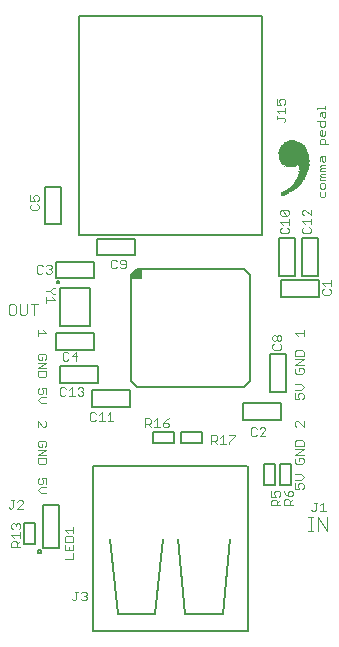
<source format=gbr>
G04 EAGLE Gerber RS-274X export*
G75*
%MOMM*%
%FSLAX34Y34*%
%LPD*%
%INSilkscreen Top*%
%IPPOS*%
%AMOC8*
5,1,8,0,0,1.08239X$1,22.5*%
G01*
%ADD10C,0.076200*%
%ADD11C,0.101600*%
%ADD12C,0.203200*%
%ADD13C,0.127000*%
%ADD14C,0.152400*%
%ADD15R,0.106681X0.053341*%
%ADD16R,0.266700X0.053341*%
%ADD17R,0.426722X0.053341*%
%ADD18R,0.480059X0.053341*%
%ADD19R,0.640081X0.053338*%
%ADD20R,0.746759X0.053341*%
%ADD21R,0.693422X0.053341*%
%ADD22R,0.693419X0.053341*%
%ADD23R,0.746759X0.053338*%
%ADD24R,0.693422X0.053338*%
%ADD25R,0.640078X0.053341*%
%ADD26R,0.640078X0.053338*%
%ADD27R,0.640081X0.053341*%
%ADD28R,0.693419X0.053338*%
%ADD29R,0.800100X0.053341*%
%ADD30R,0.746762X0.053338*%
%ADD31R,0.746762X0.053341*%
%ADD32R,0.800100X0.053338*%
%ADD33R,0.053341X0.053341*%
%ADD34R,0.906778X0.053341*%
%ADD35R,1.066800X0.053341*%
%ADD36R,0.960119X0.053341*%
%ADD37R,2.240278X0.053338*%
%ADD38R,2.293619X0.053341*%
%ADD39R,2.346959X0.053341*%
%ADD40R,2.400300X0.053341*%
%ADD41R,2.453641X0.053341*%
%ADD42R,2.453641X0.053338*%
%ADD43R,2.506978X0.053341*%
%ADD44R,2.560319X0.053341*%
%ADD45R,2.613659X0.053338*%
%ADD46R,2.613659X0.053341*%
%ADD47R,2.560319X0.053338*%
%ADD48R,2.506981X0.053341*%
%ADD49R,2.506981X0.053338*%
%ADD50R,2.346959X0.053338*%
%ADD51R,2.240278X0.053341*%
%ADD52R,2.186937X0.053341*%
%ADD53R,2.133600X0.053341*%
%ADD54R,2.080262X0.053341*%
%ADD55R,1.973581X0.053338*%
%ADD56R,1.866900X0.053341*%
%ADD57R,1.760219X0.053341*%
%ADD58R,1.600200X0.053341*%
%ADD59R,1.440181X0.053341*%
%ADD60R,1.333500X0.053338*%
%ADD61R,1.173478X0.053341*%
%ADD62R,0.906781X0.053341*%
%ADD63R,0.533400X0.053341*%

G36*
X118339Y286233D02*
X118339Y286233D01*
X118405Y286235D01*
X118448Y286253D01*
X118495Y286261D01*
X118552Y286295D01*
X118612Y286320D01*
X118647Y286351D01*
X118688Y286376D01*
X118730Y286427D01*
X118778Y286471D01*
X118800Y286513D01*
X118829Y286550D01*
X118850Y286612D01*
X118881Y286671D01*
X118889Y286725D01*
X118901Y286762D01*
X118900Y286802D01*
X118908Y286856D01*
X118908Y294856D01*
X118897Y294921D01*
X118895Y294987D01*
X118877Y295030D01*
X118869Y295077D01*
X118835Y295134D01*
X118810Y295194D01*
X118779Y295229D01*
X118754Y295270D01*
X118703Y295312D01*
X118659Y295360D01*
X118617Y295382D01*
X118580Y295411D01*
X118518Y295432D01*
X118459Y295463D01*
X118405Y295471D01*
X118368Y295483D01*
X118328Y295482D01*
X118274Y295490D01*
X115274Y295490D01*
X115232Y295483D01*
X115190Y295485D01*
X115123Y295463D01*
X115053Y295451D01*
X115017Y295429D01*
X114976Y295416D01*
X114903Y295362D01*
X114860Y295336D01*
X114847Y295320D01*
X114826Y295304D01*
X109826Y290304D01*
X109801Y290270D01*
X109770Y290241D01*
X109738Y290178D01*
X109697Y290120D01*
X109687Y290079D01*
X109667Y290041D01*
X109654Y289952D01*
X109642Y289903D01*
X109644Y289882D01*
X109640Y289856D01*
X109640Y286856D01*
X109651Y286791D01*
X109653Y286725D01*
X109671Y286682D01*
X109679Y286635D01*
X109713Y286578D01*
X109738Y286518D01*
X109769Y286483D01*
X109794Y286442D01*
X109845Y286401D01*
X109889Y286352D01*
X109931Y286330D01*
X109968Y286301D01*
X110030Y286280D01*
X110089Y286249D01*
X110143Y286241D01*
X110180Y286229D01*
X110220Y286230D01*
X110274Y286222D01*
X118274Y286222D01*
X118339Y286233D01*
G37*
D10*
X37005Y144564D02*
X38233Y145793D01*
X38233Y148250D01*
X37005Y149479D01*
X32090Y149479D01*
X30861Y148250D01*
X30861Y145793D01*
X32090Y144564D01*
X34547Y144564D01*
X34547Y147022D01*
X30861Y141995D02*
X38233Y141995D01*
X30861Y137080D01*
X38233Y137080D01*
X38233Y134511D02*
X30861Y134511D01*
X30861Y130825D01*
X32090Y129596D01*
X37005Y129596D01*
X38233Y130825D01*
X38233Y134511D01*
X30861Y161328D02*
X30861Y166243D01*
X35776Y161328D01*
X37005Y161328D01*
X38233Y162557D01*
X38233Y165014D01*
X37005Y166243D01*
X38233Y240494D02*
X35776Y242951D01*
X38233Y240494D02*
X30861Y240494D01*
X30861Y242951D02*
X30861Y238036D01*
X10926Y265311D02*
X7791Y265311D01*
X6223Y263743D01*
X6223Y257473D01*
X7791Y255905D01*
X10926Y255905D01*
X12494Y257473D01*
X12494Y263743D01*
X10926Y265311D01*
X15578Y265311D02*
X15578Y257473D01*
X17146Y255905D01*
X20281Y255905D01*
X21849Y257473D01*
X21849Y265311D01*
X28069Y265311D02*
X28069Y255905D01*
X31204Y265311D02*
X24933Y265311D01*
D11*
X260096Y73152D02*
X263994Y73152D01*
X262045Y73152D02*
X262045Y84846D01*
X260096Y84846D02*
X263994Y84846D01*
X267892Y84846D02*
X267892Y73152D01*
X275688Y73152D02*
X267892Y84846D01*
X275688Y84846D02*
X275688Y73152D01*
D10*
X251244Y238125D02*
X248787Y240582D01*
X256159Y240582D01*
X256159Y238125D02*
X256159Y243040D01*
X256159Y166332D02*
X256159Y161417D01*
X251244Y166332D01*
X250015Y166332D01*
X248787Y165103D01*
X248787Y162646D01*
X250015Y161417D01*
X250015Y135090D02*
X248787Y133861D01*
X248787Y131404D01*
X250015Y130175D01*
X254930Y130175D01*
X256159Y131404D01*
X256159Y133861D01*
X254930Y135090D01*
X252473Y135090D01*
X252473Y132632D01*
X256159Y137659D02*
X248787Y137659D01*
X256159Y142574D01*
X248787Y142574D01*
X248787Y145143D02*
X256159Y145143D01*
X256159Y148829D01*
X254930Y150058D01*
X250015Y150058D01*
X248787Y148829D01*
X248787Y145143D01*
X248787Y113500D02*
X248787Y108585D01*
X252473Y108585D01*
X251244Y111042D01*
X251244Y112271D01*
X252473Y113500D01*
X254930Y113500D01*
X256159Y112271D01*
X256159Y109814D01*
X254930Y108585D01*
X253702Y116069D02*
X248787Y116069D01*
X253702Y116069D02*
X256159Y118527D01*
X253702Y120984D01*
X248787Y120984D01*
D12*
X30777Y55880D02*
X30779Y55957D01*
X30785Y56034D01*
X30795Y56110D01*
X30809Y56185D01*
X30827Y56260D01*
X30848Y56334D01*
X30874Y56407D01*
X30903Y56478D01*
X30936Y56547D01*
X30972Y56615D01*
X31012Y56681D01*
X31055Y56744D01*
X31102Y56806D01*
X31151Y56864D01*
X31204Y56920D01*
X31259Y56974D01*
X31318Y57024D01*
X31378Y57071D01*
X31441Y57115D01*
X31506Y57156D01*
X31574Y57193D01*
X31643Y57227D01*
X31714Y57257D01*
X31786Y57284D01*
X31859Y57306D01*
X31934Y57325D01*
X32009Y57340D01*
X32085Y57351D01*
X32162Y57358D01*
X32239Y57361D01*
X32316Y57360D01*
X32392Y57355D01*
X32469Y57346D01*
X32545Y57333D01*
X32620Y57316D01*
X32694Y57295D01*
X32767Y57271D01*
X32838Y57243D01*
X32908Y57211D01*
X32976Y57175D01*
X33042Y57136D01*
X33107Y57094D01*
X33168Y57048D01*
X33228Y56999D01*
X33285Y56947D01*
X33339Y56893D01*
X33390Y56835D01*
X33438Y56775D01*
X33483Y56713D01*
X33524Y56648D01*
X33562Y56581D01*
X33597Y56513D01*
X33628Y56442D01*
X33655Y56370D01*
X33679Y56297D01*
X33699Y56223D01*
X33715Y56148D01*
X33727Y56072D01*
X33735Y55995D01*
X33739Y55918D01*
X33739Y55842D01*
X33735Y55765D01*
X33727Y55688D01*
X33715Y55612D01*
X33699Y55537D01*
X33679Y55463D01*
X33655Y55390D01*
X33628Y55318D01*
X33597Y55247D01*
X33562Y55179D01*
X33524Y55112D01*
X33483Y55047D01*
X33438Y54985D01*
X33390Y54925D01*
X33339Y54867D01*
X33285Y54813D01*
X33228Y54761D01*
X33168Y54712D01*
X33107Y54666D01*
X33042Y54624D01*
X32976Y54585D01*
X32908Y54549D01*
X32838Y54517D01*
X32767Y54489D01*
X32694Y54465D01*
X32620Y54444D01*
X32545Y54427D01*
X32469Y54414D01*
X32392Y54405D01*
X32316Y54400D01*
X32239Y54399D01*
X32162Y54402D01*
X32085Y54409D01*
X32009Y54420D01*
X31934Y54435D01*
X31859Y54454D01*
X31786Y54476D01*
X31714Y54503D01*
X31643Y54533D01*
X31574Y54567D01*
X31506Y54604D01*
X31441Y54645D01*
X31378Y54689D01*
X31318Y54736D01*
X31259Y54786D01*
X31204Y54840D01*
X31151Y54896D01*
X31102Y54954D01*
X31055Y55016D01*
X31012Y55079D01*
X30972Y55145D01*
X30936Y55213D01*
X30903Y55282D01*
X30874Y55353D01*
X30848Y55426D01*
X30827Y55500D01*
X30809Y55575D01*
X30795Y55650D01*
X30785Y55726D01*
X30779Y55803D01*
X30777Y55880D01*
D10*
X37005Y218224D02*
X38233Y219453D01*
X38233Y221910D01*
X37005Y223139D01*
X32090Y223139D01*
X30861Y221910D01*
X30861Y219453D01*
X32090Y218224D01*
X34547Y218224D01*
X34547Y220682D01*
X30861Y215655D02*
X38233Y215655D01*
X30861Y210740D01*
X38233Y210740D01*
X38233Y208171D02*
X30861Y208171D01*
X30861Y204485D01*
X32090Y203256D01*
X37005Y203256D01*
X38233Y204485D01*
X38233Y208171D01*
X38233Y193929D02*
X38233Y189014D01*
X38233Y193929D02*
X34547Y193929D01*
X35776Y191472D01*
X35776Y190243D01*
X34547Y189014D01*
X32090Y189014D01*
X30861Y190243D01*
X30861Y192700D01*
X32090Y193929D01*
X33318Y186445D02*
X38233Y186445D01*
X33318Y186445D02*
X30861Y183987D01*
X33318Y181530D01*
X38233Y181530D01*
X38233Y117729D02*
X38233Y112814D01*
X38233Y117729D02*
X34547Y117729D01*
X35776Y115272D01*
X35776Y114043D01*
X34547Y112814D01*
X32090Y112814D01*
X30861Y114043D01*
X30861Y116500D01*
X32090Y117729D01*
X33318Y110245D02*
X38233Y110245D01*
X33318Y110245D02*
X30861Y107787D01*
X33318Y105330D01*
X38233Y105330D01*
X248787Y210061D02*
X250015Y211290D01*
X248787Y210061D02*
X248787Y207604D01*
X250015Y206375D01*
X254930Y206375D01*
X256159Y207604D01*
X256159Y210061D01*
X254930Y211290D01*
X252473Y211290D01*
X252473Y208832D01*
X256159Y213859D02*
X248787Y213859D01*
X256159Y218774D01*
X248787Y218774D01*
X248787Y221343D02*
X256159Y221343D01*
X256159Y225029D01*
X254930Y226258D01*
X250015Y226258D01*
X248787Y225029D01*
X248787Y221343D01*
X248787Y189700D02*
X248787Y184785D01*
X252473Y184785D01*
X251244Y187242D01*
X251244Y188471D01*
X252473Y189700D01*
X254930Y189700D01*
X256159Y188471D01*
X256159Y186014D01*
X254930Y184785D01*
X253702Y192269D02*
X248787Y192269D01*
X253702Y192269D02*
X256159Y194727D01*
X253702Y197184D01*
X248787Y197184D01*
X269532Y356702D02*
X269532Y360388D01*
X269532Y356702D02*
X270761Y355473D01*
X273218Y355473D01*
X274447Y356702D01*
X274447Y360388D01*
X274447Y364186D02*
X274447Y366643D01*
X273218Y367872D01*
X270761Y367872D01*
X269532Y366643D01*
X269532Y364186D01*
X270761Y362957D01*
X273218Y362957D01*
X274447Y364186D01*
X274447Y370441D02*
X269532Y370441D01*
X269532Y371670D01*
X270761Y372899D01*
X274447Y372899D01*
X270761Y372899D02*
X269532Y374127D01*
X270761Y375356D01*
X274447Y375356D01*
X274447Y377925D02*
X269532Y377925D01*
X269532Y379154D01*
X270761Y380383D01*
X274447Y380383D01*
X270761Y380383D02*
X269532Y381612D01*
X270761Y382840D01*
X274447Y382840D01*
X269532Y386638D02*
X269532Y389096D01*
X270761Y390324D01*
X274447Y390324D01*
X274447Y386638D01*
X273218Y385410D01*
X271990Y386638D01*
X271990Y390324D01*
X269532Y400378D02*
X276904Y400378D01*
X269532Y400378D02*
X269532Y404064D01*
X270761Y405293D01*
X273218Y405293D01*
X274447Y404064D01*
X274447Y400378D01*
X274447Y409091D02*
X274447Y411548D01*
X274447Y409091D02*
X273218Y407862D01*
X270761Y407862D01*
X269532Y409091D01*
X269532Y411548D01*
X270761Y412777D01*
X271990Y412777D01*
X271990Y407862D01*
X274447Y420261D02*
X267075Y420261D01*
X274447Y420261D02*
X274447Y416575D01*
X273218Y415346D01*
X270761Y415346D01*
X269532Y416575D01*
X269532Y420261D01*
X269532Y424059D02*
X269532Y426517D01*
X270761Y427745D01*
X274447Y427745D01*
X274447Y424059D01*
X273218Y422830D01*
X271990Y424059D01*
X271990Y427745D01*
X267075Y430315D02*
X267075Y431543D01*
X274447Y431543D01*
X274447Y430315D02*
X274447Y432772D01*
D13*
X237238Y285384D02*
X237238Y271384D01*
X269238Y271384D01*
X269238Y285384D01*
X237238Y285384D01*
D10*
X271711Y276721D02*
X272939Y277950D01*
X271711Y276721D02*
X271711Y274264D01*
X272939Y273035D01*
X277854Y273035D01*
X279083Y274264D01*
X279083Y276721D01*
X277854Y277950D01*
X274168Y280519D02*
X271711Y282977D01*
X279083Y282977D01*
X279083Y285434D02*
X279083Y280519D01*
D13*
X248808Y288800D02*
X234808Y288800D01*
X248808Y288800D02*
X248808Y320800D01*
X234808Y320800D01*
X234808Y288800D01*
D10*
X236151Y328791D02*
X237379Y330020D01*
X236151Y328791D02*
X236151Y326334D01*
X237379Y325105D01*
X242294Y325105D01*
X243523Y326334D01*
X243523Y328791D01*
X242294Y330020D01*
X238608Y332589D02*
X236151Y335047D01*
X243523Y335047D01*
X243523Y337504D02*
X243523Y332589D01*
X242294Y340073D02*
X237379Y340073D01*
X236151Y341302D01*
X236151Y343759D01*
X237379Y344988D01*
X242294Y344988D01*
X243523Y343759D01*
X243523Y341302D01*
X242294Y340073D01*
X237379Y344988D01*
D13*
X108710Y192420D02*
X108710Y178420D01*
X108710Y192420D02*
X76710Y192420D01*
X76710Y178420D01*
X108710Y178420D01*
D10*
X80013Y172197D02*
X78785Y173425D01*
X76327Y173425D01*
X75099Y172197D01*
X75099Y167282D01*
X76327Y166053D01*
X78785Y166053D01*
X80013Y167282D01*
X82583Y170968D02*
X85040Y173425D01*
X85040Y166053D01*
X82583Y166053D02*
X87498Y166053D01*
X90067Y170968D02*
X92524Y173425D01*
X92524Y166053D01*
X90067Y166053D02*
X94982Y166053D01*
D13*
X254366Y288800D02*
X268366Y288800D01*
X268366Y320800D01*
X254366Y320800D01*
X254366Y288800D01*
D10*
X254883Y328933D02*
X256111Y330162D01*
X254883Y328933D02*
X254883Y326476D01*
X256111Y325247D01*
X261026Y325247D01*
X262255Y326476D01*
X262255Y328933D01*
X261026Y330162D01*
X257340Y332731D02*
X254883Y335189D01*
X262255Y335189D01*
X262255Y337646D02*
X262255Y332731D01*
X262255Y340215D02*
X262255Y345130D01*
X262255Y340215D02*
X257340Y345130D01*
X256111Y345130D01*
X254883Y343901D01*
X254883Y341444D01*
X256111Y340215D01*
D13*
X81786Y212740D02*
X81786Y198740D01*
X81786Y212740D02*
X49786Y212740D01*
X49786Y198740D01*
X81786Y198740D01*
D10*
X54684Y193659D02*
X53455Y194887D01*
X50998Y194887D01*
X49769Y193659D01*
X49769Y188744D01*
X50998Y187515D01*
X53455Y187515D01*
X54684Y188744D01*
X57253Y192430D02*
X59711Y194887D01*
X59711Y187515D01*
X62168Y187515D02*
X57253Y187515D01*
X64737Y193659D02*
X65966Y194887D01*
X68423Y194887D01*
X69652Y193659D01*
X69652Y192430D01*
X68423Y191201D01*
X67195Y191201D01*
X68423Y191201D02*
X69652Y189972D01*
X69652Y188744D01*
X68423Y187515D01*
X65966Y187515D01*
X64737Y188744D01*
D13*
X236726Y181244D02*
X236726Y167244D01*
X236726Y181244D02*
X204726Y181244D01*
X204726Y167244D01*
X236726Y167244D01*
D10*
X216228Y159623D02*
X214999Y160851D01*
X212542Y160851D01*
X211313Y159623D01*
X211313Y154708D01*
X212542Y153479D01*
X214999Y153479D01*
X216228Y154708D01*
X218797Y153479D02*
X223712Y153479D01*
X218797Y153479D02*
X223712Y158394D01*
X223712Y159623D01*
X222483Y160851D01*
X220026Y160851D01*
X218797Y159623D01*
D13*
X46738Y287132D02*
X46738Y301132D01*
X46738Y287132D02*
X78738Y287132D01*
X78738Y301132D01*
X46738Y301132D01*
D10*
X35126Y297037D02*
X33897Y298265D01*
X31440Y298265D01*
X30211Y297037D01*
X30211Y292122D01*
X31440Y290893D01*
X33897Y290893D01*
X35126Y292122D01*
X37695Y297037D02*
X38924Y298265D01*
X41381Y298265D01*
X42610Y297037D01*
X42610Y295808D01*
X41381Y294579D01*
X40153Y294579D01*
X41381Y294579D02*
X42610Y293350D01*
X42610Y292122D01*
X41381Y290893D01*
X38924Y290893D01*
X37695Y292122D01*
D13*
X78738Y240680D02*
X78738Y226680D01*
X78738Y240680D02*
X46738Y240680D01*
X46738Y226680D01*
X78738Y226680D01*
D10*
X56970Y223377D02*
X55741Y224605D01*
X53284Y224605D01*
X52055Y223377D01*
X52055Y218462D01*
X53284Y217233D01*
X55741Y217233D01*
X56970Y218462D01*
X63225Y217233D02*
X63225Y224605D01*
X59539Y220919D01*
X64454Y220919D01*
D13*
X227442Y190756D02*
X241442Y190756D01*
X241442Y222756D01*
X227442Y222756D01*
X227442Y190756D01*
D10*
X229547Y230239D02*
X230775Y231468D01*
X229547Y230239D02*
X229547Y227782D01*
X230775Y226553D01*
X235690Y226553D01*
X236919Y227782D01*
X236919Y230239D01*
X235690Y231468D01*
X230775Y234037D02*
X229547Y235266D01*
X229547Y237723D01*
X230775Y238952D01*
X232004Y238952D01*
X233233Y237723D01*
X234462Y238952D01*
X235690Y238952D01*
X236919Y237723D01*
X236919Y235266D01*
X235690Y234037D01*
X234462Y234037D01*
X233233Y235266D01*
X232004Y234037D01*
X230775Y234037D01*
X233233Y235266D02*
X233233Y237723D01*
D13*
X113282Y306436D02*
X113282Y320436D01*
X81282Y320436D01*
X81282Y306436D01*
X113282Y306436D01*
D10*
X97912Y301483D02*
X96683Y302711D01*
X94225Y302711D01*
X92997Y301483D01*
X92997Y296568D01*
X94225Y295339D01*
X96683Y295339D01*
X97912Y296568D01*
X100481Y296568D02*
X101710Y295339D01*
X104167Y295339D01*
X105396Y296568D01*
X105396Y301483D01*
X104167Y302711D01*
X101710Y302711D01*
X100481Y301483D01*
X100481Y300254D01*
X101710Y299025D01*
X105396Y299025D01*
D13*
X49164Y94962D02*
X49164Y58962D01*
X49164Y94962D02*
X35164Y94962D01*
X35164Y58962D01*
X49164Y58962D01*
D10*
X53712Y49227D02*
X61084Y49227D01*
X61084Y54142D01*
X53712Y56712D02*
X53712Y61626D01*
X53712Y56712D02*
X61084Y56712D01*
X61084Y61626D01*
X57398Y59169D02*
X57398Y56712D01*
X53712Y64196D02*
X61084Y64196D01*
X61084Y67882D01*
X59855Y69111D01*
X54940Y69111D01*
X53712Y67882D01*
X53712Y64196D01*
X56169Y71680D02*
X53712Y74137D01*
X61084Y74137D01*
X61084Y71680D02*
X61084Y76595D01*
D13*
X65659Y324104D02*
X65659Y509524D01*
X65659Y324104D02*
X220599Y324104D01*
X220599Y509524D01*
X65659Y509524D01*
D10*
X239309Y419127D02*
X240538Y420355D01*
X240538Y421584D01*
X239309Y422813D01*
X233166Y422813D01*
X233166Y424041D02*
X233166Y421584D01*
X235623Y426611D02*
X233166Y429068D01*
X240538Y429068D01*
X240538Y426611D02*
X240538Y431526D01*
X233166Y434095D02*
X233166Y439010D01*
X233166Y434095D02*
X236852Y434095D01*
X235623Y436552D01*
X235623Y437781D01*
X236852Y439010D01*
X239309Y439010D01*
X240538Y437781D01*
X240538Y435324D01*
X239309Y434095D01*
D13*
X28376Y79866D02*
X19376Y79866D01*
X19376Y61866D01*
X28376Y61866D01*
X28376Y79866D01*
D10*
X16065Y59589D02*
X8693Y59589D01*
X8693Y63275D01*
X9921Y64503D01*
X12379Y64503D01*
X13608Y63275D01*
X13608Y59589D01*
X13608Y62046D02*
X16065Y64503D01*
X11150Y67073D02*
X8693Y69530D01*
X16065Y69530D01*
X16065Y67073D02*
X16065Y71988D01*
X9921Y74557D02*
X8693Y75786D01*
X8693Y78243D01*
X9921Y79472D01*
X11150Y79472D01*
X12379Y78243D01*
X12379Y77014D01*
X12379Y78243D02*
X13608Y79472D01*
X14836Y79472D01*
X16065Y78243D01*
X16065Y75786D01*
X14836Y74557D01*
D13*
X146414Y147900D02*
X146414Y156900D01*
X128414Y156900D01*
X128414Y147900D01*
X146414Y147900D01*
D10*
X121819Y160973D02*
X121819Y168345D01*
X125505Y168345D01*
X126733Y167117D01*
X126733Y164659D01*
X125505Y163430D01*
X121819Y163430D01*
X124276Y163430D02*
X126733Y160973D01*
X129303Y165888D02*
X131760Y168345D01*
X131760Y160973D01*
X129303Y160973D02*
X134218Y160973D01*
X139244Y167117D02*
X141702Y168345D01*
X139244Y167117D02*
X136787Y164659D01*
X136787Y162202D01*
X138016Y160973D01*
X140473Y160973D01*
X141702Y162202D01*
X141702Y163430D01*
X140473Y164659D01*
X136787Y164659D01*
D13*
X170290Y156900D02*
X170290Y147900D01*
X170290Y156900D02*
X152290Y156900D01*
X152290Y147900D01*
X170290Y147900D01*
D10*
X178055Y147129D02*
X178055Y154501D01*
X181741Y154501D01*
X182970Y153273D01*
X182970Y150815D01*
X181741Y149586D01*
X178055Y149586D01*
X180512Y149586D02*
X182970Y147129D01*
X185539Y152044D02*
X187997Y154501D01*
X187997Y147129D01*
X190454Y147129D02*
X185539Y147129D01*
X193023Y154501D02*
X197938Y154501D01*
X197938Y153273D01*
X193023Y148358D01*
X193023Y147129D01*
D14*
X110274Y289856D02*
X115274Y294856D01*
X205274Y294856D01*
X210274Y289856D01*
X210274Y199856D01*
X205274Y194856D01*
X115274Y194856D01*
X110274Y199856D01*
X110274Y289856D01*
D13*
X75136Y278828D02*
X50136Y278828D01*
X50136Y246828D01*
X75136Y246828D01*
X75136Y278828D01*
X47136Y283828D02*
X47138Y283891D01*
X47144Y283953D01*
X47154Y284015D01*
X47167Y284077D01*
X47185Y284137D01*
X47206Y284196D01*
X47231Y284254D01*
X47260Y284310D01*
X47292Y284364D01*
X47327Y284416D01*
X47365Y284465D01*
X47407Y284513D01*
X47451Y284557D01*
X47499Y284599D01*
X47548Y284637D01*
X47600Y284672D01*
X47654Y284704D01*
X47710Y284733D01*
X47768Y284758D01*
X47827Y284779D01*
X47887Y284797D01*
X47949Y284810D01*
X48011Y284820D01*
X48073Y284826D01*
X48136Y284828D01*
X48199Y284826D01*
X48261Y284820D01*
X48323Y284810D01*
X48385Y284797D01*
X48445Y284779D01*
X48504Y284758D01*
X48562Y284733D01*
X48618Y284704D01*
X48672Y284672D01*
X48724Y284637D01*
X48773Y284599D01*
X48821Y284557D01*
X48865Y284513D01*
X48907Y284465D01*
X48945Y284416D01*
X48980Y284364D01*
X49012Y284310D01*
X49041Y284254D01*
X49066Y284196D01*
X49087Y284137D01*
X49105Y284077D01*
X49118Y284015D01*
X49128Y283953D01*
X49134Y283891D01*
X49136Y283828D01*
X49134Y283765D01*
X49128Y283703D01*
X49118Y283641D01*
X49105Y283579D01*
X49087Y283519D01*
X49066Y283460D01*
X49041Y283402D01*
X49012Y283346D01*
X48980Y283292D01*
X48945Y283240D01*
X48907Y283191D01*
X48865Y283143D01*
X48821Y283099D01*
X48773Y283057D01*
X48724Y283019D01*
X48672Y282984D01*
X48618Y282952D01*
X48562Y282923D01*
X48504Y282898D01*
X48445Y282877D01*
X48385Y282859D01*
X48323Y282846D01*
X48261Y282836D01*
X48199Y282830D01*
X48136Y282828D01*
X48073Y282830D01*
X48011Y282836D01*
X47949Y282846D01*
X47887Y282859D01*
X47827Y282877D01*
X47768Y282898D01*
X47710Y282923D01*
X47654Y282952D01*
X47600Y282984D01*
X47548Y283019D01*
X47499Y283057D01*
X47451Y283099D01*
X47407Y283143D01*
X47365Y283191D01*
X47327Y283240D01*
X47292Y283292D01*
X47260Y283346D01*
X47231Y283402D01*
X47206Y283460D01*
X47185Y283519D01*
X47167Y283579D01*
X47154Y283641D01*
X47144Y283703D01*
X47138Y283765D01*
X47136Y283828D01*
D10*
X45345Y278511D02*
X44117Y278511D01*
X41659Y276054D01*
X44117Y273596D01*
X45345Y273596D01*
X41659Y276054D02*
X37973Y276054D01*
X42888Y271027D02*
X45345Y268569D01*
X37973Y268569D01*
X37973Y266112D02*
X37973Y271027D01*
D13*
X36688Y332742D02*
X50688Y332742D01*
X50688Y364742D01*
X36688Y364742D01*
X36688Y332742D01*
D10*
X24569Y348603D02*
X25797Y349832D01*
X24569Y348603D02*
X24569Y346146D01*
X25797Y344917D01*
X30712Y344917D01*
X31941Y346146D01*
X31941Y348603D01*
X30712Y349832D01*
X24569Y352401D02*
X24569Y357316D01*
X24569Y352401D02*
X28255Y352401D01*
X27026Y354859D01*
X27026Y356087D01*
X28255Y357316D01*
X30712Y357316D01*
X31941Y356087D01*
X31941Y353630D01*
X30712Y352401D01*
D13*
X222576Y129650D02*
X231576Y129650D01*
X222576Y129650D02*
X222576Y111650D01*
X231576Y111650D01*
X231576Y129650D01*
D10*
X228657Y94759D02*
X236029Y94759D01*
X228657Y94759D02*
X228657Y98445D01*
X229885Y99674D01*
X232343Y99674D01*
X233572Y98445D01*
X233572Y94759D01*
X233572Y97216D02*
X236029Y99674D01*
X228657Y102243D02*
X228657Y107158D01*
X228657Y102243D02*
X232343Y102243D01*
X231114Y104700D01*
X231114Y105929D01*
X232343Y107158D01*
X234800Y107158D01*
X236029Y105929D01*
X236029Y103472D01*
X234800Y102243D01*
D13*
X236038Y111650D02*
X245038Y111650D01*
X245038Y129650D01*
X236038Y129650D01*
X236038Y111650D01*
D10*
X239389Y94869D02*
X246761Y94869D01*
X239389Y94869D02*
X239389Y98555D01*
X240617Y99784D01*
X243075Y99784D01*
X244304Y98555D01*
X244304Y94869D01*
X244304Y97326D02*
X246761Y99784D01*
X240617Y104811D02*
X239389Y107268D01*
X240617Y104811D02*
X243075Y102353D01*
X245532Y102353D01*
X246761Y103582D01*
X246761Y106039D01*
X245532Y107268D01*
X244304Y107268D01*
X243075Y106039D01*
X243075Y102353D01*
D13*
X77470Y128397D02*
X77470Y-11430D01*
X208788Y-11430D02*
X208788Y128397D01*
X207899Y-11430D02*
X78359Y-11430D01*
X78105Y128524D02*
X208153Y128524D01*
X193929Y66040D02*
X187579Y2540D01*
X155829Y2540D01*
X149479Y66040D01*
X92329Y66040D02*
X98679Y2540D01*
X130429Y2540D01*
X136779Y66040D01*
D10*
X61173Y14351D02*
X59944Y15580D01*
X61173Y14351D02*
X62401Y14351D01*
X63630Y15580D01*
X63630Y21723D01*
X62401Y21723D02*
X64859Y21723D01*
X67428Y20495D02*
X68657Y21723D01*
X71114Y21723D01*
X72343Y20495D01*
X72343Y19266D01*
X71114Y18037D01*
X69886Y18037D01*
X71114Y18037D02*
X72343Y16808D01*
X72343Y15580D01*
X71114Y14351D01*
X68657Y14351D01*
X67428Y15580D01*
X262527Y91018D02*
X263755Y89789D01*
X264984Y89789D01*
X266213Y91018D01*
X266213Y97161D01*
X264984Y97161D02*
X267442Y97161D01*
X270011Y94704D02*
X272468Y97161D01*
X272468Y89789D01*
X270011Y89789D02*
X274926Y89789D01*
X7469Y91821D02*
X6241Y93050D01*
X7469Y91821D02*
X8698Y91821D01*
X9927Y93050D01*
X9927Y99193D01*
X8698Y99193D02*
X11156Y99193D01*
X13725Y91821D02*
X18640Y91821D01*
X13725Y91821D02*
X18640Y96736D01*
X18640Y97965D01*
X17411Y99193D01*
X14954Y99193D01*
X13725Y97965D01*
D15*
X237427Y356514D03*
D16*
X238227Y357048D03*
D17*
X239027Y357581D03*
D18*
X239293Y358115D03*
D19*
X240094Y358648D03*
D20*
X240627Y359181D03*
X241694Y359715D03*
D21*
X242494Y360248D03*
D22*
X243561Y360782D03*
D23*
X244361Y361315D03*
D21*
X245161Y361848D03*
D22*
X246228Y362382D03*
X246761Y362915D03*
D20*
X247561Y363449D03*
D24*
X248361Y363982D03*
D22*
X248895Y364515D03*
X249428Y365049D03*
X249961Y365582D03*
D21*
X250495Y366116D03*
D24*
X251028Y366649D03*
D21*
X251028Y367182D03*
D22*
X251562Y367716D03*
D25*
X252362Y368249D03*
X252362Y368783D03*
D26*
X252362Y369316D03*
D27*
X253429Y369849D03*
D21*
X253162Y370383D03*
X253695Y370916D03*
X253695Y371450D03*
D19*
X253962Y371983D03*
D20*
X254495Y372516D03*
D25*
X254495Y373050D03*
D22*
X254762Y373583D03*
D20*
X255029Y374117D03*
D28*
X255295Y374650D03*
D20*
X255562Y375183D03*
X255562Y375717D03*
X255562Y376250D03*
D29*
X255829Y376784D03*
D30*
X256096Y377317D03*
D31*
X256096Y377850D03*
D29*
X256362Y378384D03*
X256362Y378917D03*
X256362Y379451D03*
D32*
X256362Y379984D03*
D29*
X256362Y380517D03*
D27*
X244894Y381051D03*
D29*
X256362Y381051D03*
D33*
X240360Y381584D03*
D29*
X245161Y381584D03*
D34*
X256362Y381584D03*
D35*
X245428Y382118D03*
D36*
X256096Y382118D03*
D37*
X249695Y382651D03*
D38*
X249428Y383184D03*
D39*
X249161Y383718D03*
D40*
X248895Y384251D03*
D41*
X248628Y384785D03*
D42*
X248628Y385318D03*
D43*
X248361Y385851D03*
X248361Y386385D03*
D44*
X248095Y386918D03*
X248095Y387452D03*
D45*
X247828Y387985D03*
D46*
X247828Y388518D03*
X247828Y389052D03*
D44*
X247561Y389585D03*
X247561Y390119D03*
D47*
X247561Y390652D03*
D44*
X247561Y391185D03*
X247561Y391719D03*
D48*
X247294Y392252D03*
X247294Y392786D03*
D49*
X247294Y393319D03*
D41*
X247028Y393852D03*
X247028Y394386D03*
X247028Y394919D03*
D38*
X246761Y395453D03*
D50*
X247028Y395986D03*
D51*
X247028Y396519D03*
D52*
X246761Y397053D03*
D53*
X247028Y397586D03*
D54*
X246761Y398120D03*
D55*
X246761Y398653D03*
D56*
X246761Y399186D03*
D57*
X246761Y399720D03*
D58*
X246494Y400253D03*
D59*
X246761Y400787D03*
D60*
X246228Y401320D03*
D61*
X246494Y401853D03*
D62*
X246228Y402387D03*
D63*
X246494Y402920D03*
M02*

</source>
